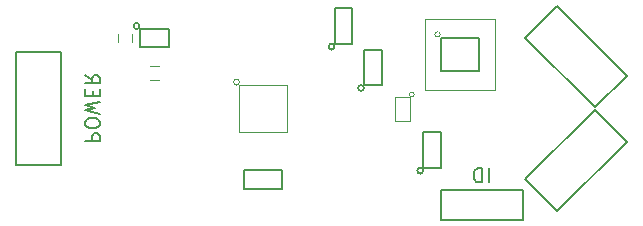
<source format=gbr>
G04 #@! TF.FileFunction,Legend,Bot*
%FSLAX46Y46*%
G04 Gerber Fmt 4.6, Leading zero omitted, Abs format (unit mm)*
G04 Created by KiCad (PCBNEW 4.0.7-e2-6376~58~ubuntu14.04.1) date Wed Aug  8 15:05:29 2018*
%MOMM*%
%LPD*%
G01*
G04 APERTURE LIST*
%ADD10C,0.100000*%
%ADD11C,0.170000*%
%ADD12C,0.150000*%
%ADD13C,0.120000*%
G04 APERTURE END LIST*
D10*
D11*
X98157143Y-83771429D02*
X99357143Y-83771429D01*
X99357143Y-83314286D01*
X99300000Y-83200000D01*
X99242857Y-83142857D01*
X99128571Y-83085714D01*
X98957143Y-83085714D01*
X98842857Y-83142857D01*
X98785714Y-83200000D01*
X98728571Y-83314286D01*
X98728571Y-83771429D01*
X99357143Y-82342857D02*
X99357143Y-82114286D01*
X99300000Y-82000000D01*
X99185714Y-81885714D01*
X98957143Y-81828572D01*
X98557143Y-81828572D01*
X98328571Y-81885714D01*
X98214286Y-82000000D01*
X98157143Y-82114286D01*
X98157143Y-82342857D01*
X98214286Y-82457143D01*
X98328571Y-82571429D01*
X98557143Y-82628572D01*
X98957143Y-82628572D01*
X99185714Y-82571429D01*
X99300000Y-82457143D01*
X99357143Y-82342857D01*
X99357143Y-81428571D02*
X98157143Y-81142857D01*
X99014286Y-80914286D01*
X98157143Y-80685714D01*
X99357143Y-80400000D01*
X98785714Y-79942857D02*
X98785714Y-79542857D01*
X98157143Y-79371428D02*
X98157143Y-79942857D01*
X99357143Y-79942857D01*
X99357143Y-79371428D01*
X98157143Y-78171428D02*
X98728571Y-78571428D01*
X98157143Y-78857143D02*
X99357143Y-78857143D01*
X99357143Y-78400000D01*
X99300000Y-78285714D01*
X99242857Y-78228571D01*
X99128571Y-78171428D01*
X98957143Y-78171428D01*
X98842857Y-78228571D01*
X98785714Y-78285714D01*
X98728571Y-78400000D01*
X98728571Y-78857143D01*
X132300000Y-87242857D02*
X132300000Y-86042857D01*
X131728571Y-87242857D02*
X131728571Y-86042857D01*
X131442856Y-86042857D01*
X131271428Y-86100000D01*
X131157142Y-86214286D01*
X131099999Y-86328571D01*
X131042856Y-86557143D01*
X131042856Y-86728571D01*
X131099999Y-86957143D01*
X131157142Y-87071429D01*
X131271428Y-87185714D01*
X131442856Y-87242857D01*
X131728571Y-87242857D01*
D12*
X128250000Y-90400000D02*
X128250000Y-87900000D01*
X128250000Y-87900000D02*
X135250000Y-87900000D01*
X135250000Y-87900000D02*
X135250000Y-90400000D01*
X135250000Y-90400000D02*
X128250000Y-90400000D01*
D10*
X128198607Y-74700000D02*
G75*
G03X128198607Y-74700000I-223607J0D01*
G01*
X132875000Y-73400000D02*
X132875000Y-79400000D01*
X126875000Y-73400000D02*
X132875000Y-73400000D01*
X126875000Y-79400000D02*
X126875000Y-73400000D01*
X132875000Y-79400000D02*
X126875000Y-79400000D01*
D12*
X131475000Y-77800000D02*
X128275000Y-77800000D01*
X128275000Y-77800000D02*
X128275000Y-75000000D01*
X128275000Y-75000000D02*
X131475000Y-75000000D01*
X131475000Y-75000000D02*
X131475000Y-77800000D01*
X138103984Y-89672971D02*
X135416979Y-86985965D01*
X135416979Y-86985965D02*
X141285965Y-81116979D01*
X141285965Y-81116979D02*
X143972971Y-83803984D01*
X143972971Y-83803984D02*
X138103984Y-89672971D01*
X143972971Y-78196016D02*
X141285965Y-80883021D01*
X141285965Y-80883021D02*
X135416979Y-75014035D01*
X135416979Y-75014035D02*
X138103984Y-72327029D01*
X138103984Y-72327029D02*
X143972971Y-78196016D01*
X102750000Y-74000000D02*
G75*
G03X102750000Y-74000000I-250000J0D01*
G01*
X102750000Y-75750000D02*
X102750000Y-74250000D01*
X105250000Y-75750000D02*
X102750000Y-75750000D01*
X105250000Y-74250000D02*
X105250000Y-75750000D01*
X102750000Y-74250000D02*
X105250000Y-74250000D01*
D10*
X111200000Y-78750000D02*
G75*
G03X111200000Y-78750000I-250000J0D01*
G01*
X115200000Y-79000000D02*
X111200000Y-79000000D01*
X115200000Y-83000000D02*
X115200000Y-79000000D01*
X111200000Y-83000000D02*
X115200000Y-83000000D01*
X111200000Y-79000000D02*
X111200000Y-83000000D01*
D12*
X92300000Y-76225000D02*
X96100000Y-76225000D01*
X96100000Y-76225000D02*
X96100000Y-85775000D01*
X96100000Y-85775000D02*
X92300000Y-85775000D01*
X92300000Y-85775000D02*
X92300000Y-76225000D01*
X119250000Y-75750000D02*
G75*
G03X119250000Y-75750000I-250000J0D01*
G01*
X120750000Y-72500000D02*
X119250000Y-72500000D01*
X120750000Y-75500000D02*
X120750000Y-72500000D01*
X119250000Y-75500000D02*
X120750000Y-75500000D01*
X119250000Y-72500000D02*
X119250000Y-75500000D01*
X121750000Y-79250000D02*
G75*
G03X121750000Y-79250000I-250000J0D01*
G01*
X123250000Y-76000000D02*
X121750000Y-76000000D01*
X123250000Y-79000000D02*
X123250000Y-76000000D01*
X121750000Y-79000000D02*
X123250000Y-79000000D01*
X121750000Y-76000000D02*
X121750000Y-79000000D01*
X126750000Y-86250000D02*
G75*
G03X126750000Y-86250000I-250000J0D01*
G01*
X128250000Y-83000000D02*
X126750000Y-83000000D01*
X128250000Y-86000000D02*
X128250000Y-83000000D01*
X126750000Y-86000000D02*
X128250000Y-86000000D01*
X126750000Y-83000000D02*
X126750000Y-86000000D01*
X111600000Y-86200000D02*
X111600000Y-87800000D01*
X114800000Y-86200000D02*
X111600000Y-86200000D01*
X114800000Y-87800000D02*
X114800000Y-86200000D01*
X111600000Y-87800000D02*
X114800000Y-87800000D01*
D10*
X126000000Y-79800000D02*
G75*
G03X126000000Y-79800000I-200000J0D01*
G01*
X124400000Y-80000000D02*
X124400000Y-82000000D01*
X125600000Y-80000000D02*
X124400000Y-80000000D01*
X125600000Y-82000000D02*
X125600000Y-80000000D01*
X124400000Y-82000000D02*
X125600000Y-82000000D01*
D13*
X100900000Y-74650000D02*
X100900000Y-75350000D01*
X102100000Y-75350000D02*
X102100000Y-74650000D01*
X103650000Y-78600000D02*
X104350000Y-78600000D01*
X104350000Y-77400000D02*
X103650000Y-77400000D01*
M02*

</source>
